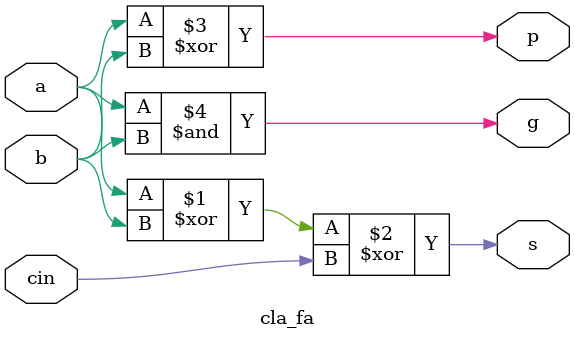
<source format=v>

module cla_fa (
  input a,
  input b,
  input cin,
  output s,
  output p,
  output g
);

 assign s = a^b^cin;
 assign p = a^b;
 assign g = a&b;

endmodule

</source>
